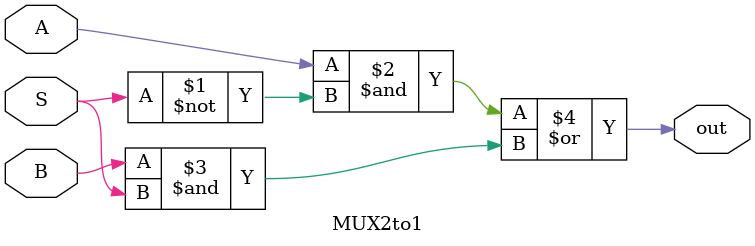
<source format=v>
`timescale 1ns / 1ps


module MUX2to1(input A, B, S, output out);
    assign out = (A&~S)|(B&S);
endmodule

</source>
